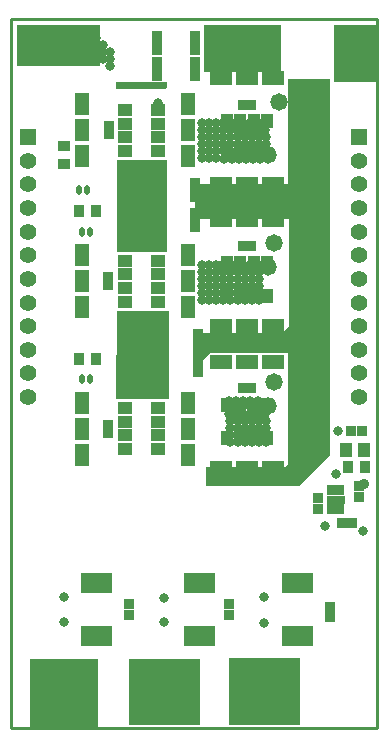
<source format=gts>
G04*
G04 #@! TF.GenerationSoftware,Altium Limited,Altium Designer,22.10.1 (41)*
G04*
G04 Layer_Color=8388736*
%FSLAX25Y25*%
%MOIN*%
G70*
G04*
G04 #@! TF.SameCoordinates,59214271-F8BB-42CD-AB19-65BC4A0A980D*
G04*
G04*
G04 #@! TF.FilePolarity,Negative*
G04*
G01*
G75*
%ADD13C,0.01000*%
%ADD31R,0.03359X0.03320*%
%ADD32R,0.04147X0.04737*%
%ADD33R,0.02572X0.06509*%
%ADD34R,0.03556X0.04343*%
%ADD35R,0.05958X0.02965*%
%ADD36R,0.01981X0.03556*%
G04:AMPARAMS|DCode=37|XSize=19.81mil|YSize=31.62mil|CornerRadius=8.13mil|HoleSize=0mil|Usage=FLASHONLY|Rotation=180.000|XOffset=0mil|YOffset=0mil|HoleType=Round|Shape=RoundedRectangle|*
%AMROUNDEDRECTD37*
21,1,0.01981,0.01535,0,0,180.0*
21,1,0.00354,0.03162,0,0,180.0*
1,1,0.01627,-0.00177,0.00768*
1,1,0.01627,0.00177,0.00768*
1,1,0.01627,0.00177,-0.00768*
1,1,0.01627,-0.00177,-0.00768*
%
%ADD37ROUNDEDRECTD37*%
%ADD38O,0.01981X0.03162*%
%ADD39R,0.07493X0.05131*%
%ADD40R,0.05918X0.03556*%
%ADD41R,0.04147X0.05131*%
%ADD42R,0.05131X0.07493*%
%ADD43R,0.03556X0.05918*%
%ADD44R,0.05131X0.04147*%
%ADD45R,0.03241X0.07965*%
%ADD46R,0.03320X0.03359*%
%ADD47R,0.04343X0.03556*%
%ADD48C,0.05524*%
%ADD49R,0.05524X0.05524*%
%ADD50C,0.03162*%
%ADD51C,0.03600*%
%ADD52C,0.05800*%
G36*
X35827Y234252D02*
Y220472D01*
X7874Y220472D01*
Y234252D01*
X35827Y234252D01*
D02*
G37*
G36*
X96063Y218504D02*
X70472D01*
Y234252D01*
X96063D01*
Y218504D01*
D02*
G37*
G36*
X127953Y214961D02*
X127559Y215354D01*
X113779D01*
Y234252D01*
X127953D01*
Y214961D01*
D02*
G37*
G36*
X57874Y213386D02*
X57480Y212992D01*
X40945D01*
Y215354D01*
X57874D01*
Y213386D01*
D02*
G37*
G36*
Y158661D02*
X41339D01*
Y189370D01*
X57874D01*
Y158661D01*
D02*
G37*
G36*
X58661Y109449D02*
X40945D01*
X41339Y138976D01*
X58661D01*
Y109449D01*
D02*
G37*
G36*
X112205Y90945D02*
X101969Y80709D01*
X70866D01*
Y87008D01*
X97638D01*
X98425Y87795D01*
Y124803D01*
X72441Y124803D01*
X66535Y118898D01*
X66535Y131496D01*
X96457Y131496D01*
X98819Y133858D01*
Y169685D01*
X67323D01*
Y181102D01*
X98425D01*
Y216142D01*
X112205D01*
Y90945D01*
D02*
G37*
G36*
X102362Y787D02*
X78740D01*
Y23228D01*
X102362D01*
Y787D01*
D02*
G37*
G36*
X68898D02*
X45276D01*
Y22835D01*
X68898D01*
Y787D01*
D02*
G37*
G36*
X35039Y394D02*
X12205D01*
Y22835D01*
X35039D01*
Y394D01*
D02*
G37*
D13*
X127953Y0D02*
Y236221D01*
X5906Y0D02*
X127953D01*
X5906D02*
Y236221D01*
X127953D01*
D31*
X119488Y99016D02*
D03*
X123031D02*
D03*
X119783Y68307D02*
D03*
X116240D02*
D03*
D32*
X117815Y92618D02*
D03*
X123721D02*
D03*
D33*
X30610Y48130D02*
D03*
Y30610D02*
D03*
X33169D02*
D03*
X35728D02*
D03*
X38287D02*
D03*
Y48130D02*
D03*
X35728D02*
D03*
X33169D02*
D03*
X65059Y30610D02*
D03*
X67618D02*
D03*
X70177D02*
D03*
X72736D02*
D03*
Y48130D02*
D03*
X70177D02*
D03*
X67618D02*
D03*
X65059D02*
D03*
X97539Y30610D02*
D03*
X100098D02*
D03*
X102657D02*
D03*
X105217D02*
D03*
Y48130D02*
D03*
X102657D02*
D03*
X100098D02*
D03*
X97539D02*
D03*
D34*
X118209Y86811D02*
D03*
X124114D02*
D03*
X34449Y123031D02*
D03*
X28543D02*
D03*
X34449Y172244D02*
D03*
X28543D02*
D03*
D35*
X114173Y75984D02*
D03*
D36*
X116142Y72835D02*
D03*
X114173D02*
D03*
X112205D02*
D03*
Y79134D02*
D03*
X114173D02*
D03*
X116142D02*
D03*
D37*
X28543Y179134D02*
D03*
X29626Y165354D02*
D03*
Y116142D02*
D03*
D38*
X31398Y179134D02*
D03*
X32480Y165354D02*
D03*
Y116142D02*
D03*
D39*
X75984Y216535D02*
D03*
X84646D02*
D03*
X93307D02*
D03*
X75984Y181102D02*
D03*
X84646D02*
D03*
X93307D02*
D03*
X75984Y169291D02*
D03*
X84646D02*
D03*
X93307D02*
D03*
X75984Y133858D02*
D03*
X84646D02*
D03*
X93307D02*
D03*
X75984Y122047D02*
D03*
X84646D02*
D03*
X93307D02*
D03*
X75984Y86614D02*
D03*
X84646D02*
D03*
X93307D02*
D03*
D40*
X84646Y207677D02*
D03*
Y160433D02*
D03*
Y113189D02*
D03*
D41*
X77854Y191142D02*
D03*
X82382D02*
D03*
X86910D02*
D03*
X91437D02*
D03*
X77854Y202165D02*
D03*
X82382D02*
D03*
X86910D02*
D03*
X91437D02*
D03*
X77854Y143898D02*
D03*
X82382D02*
D03*
X86910D02*
D03*
X91437D02*
D03*
X77854Y154921D02*
D03*
X82382D02*
D03*
X86910D02*
D03*
X91437D02*
D03*
X77854Y96653D02*
D03*
X82382D02*
D03*
X86910D02*
D03*
X91437D02*
D03*
X77854Y107677D02*
D03*
X82382D02*
D03*
X86910D02*
D03*
X91437D02*
D03*
D42*
X29724Y190453D02*
D03*
Y199114D02*
D03*
Y207776D02*
D03*
X65158Y190453D02*
D03*
Y199114D02*
D03*
Y207776D02*
D03*
X29528Y140157D02*
D03*
Y148819D02*
D03*
Y157480D02*
D03*
X64961Y140157D02*
D03*
Y148819D02*
D03*
Y157480D02*
D03*
X29528Y91043D02*
D03*
Y99705D02*
D03*
Y108366D02*
D03*
X64961Y91043D02*
D03*
Y99705D02*
D03*
Y108366D02*
D03*
D43*
X38583Y199114D02*
D03*
X38386Y148819D02*
D03*
X38386Y99705D02*
D03*
D44*
X55118Y192323D02*
D03*
Y196850D02*
D03*
Y201378D02*
D03*
Y205906D02*
D03*
X44094Y192323D02*
D03*
Y196850D02*
D03*
Y201378D02*
D03*
Y205906D02*
D03*
X54921Y142027D02*
D03*
Y146555D02*
D03*
Y151083D02*
D03*
Y155610D02*
D03*
X43898Y142027D02*
D03*
Y146555D02*
D03*
Y151083D02*
D03*
Y155610D02*
D03*
X54921Y92913D02*
D03*
Y97441D02*
D03*
Y101969D02*
D03*
Y106496D02*
D03*
X43898Y92913D02*
D03*
Y97441D02*
D03*
Y101969D02*
D03*
Y106496D02*
D03*
D45*
X67323Y219488D02*
D03*
X54724D02*
D03*
X67323Y228346D02*
D03*
X54724D02*
D03*
X67323Y179134D02*
D03*
X54724D02*
D03*
X67323Y169291D02*
D03*
X54724D02*
D03*
X68307Y128937D02*
D03*
X55709D02*
D03*
X68307Y121063D02*
D03*
X55709D02*
D03*
D46*
X108268Y73032D02*
D03*
Y76575D02*
D03*
X122047Y76968D02*
D03*
Y80512D02*
D03*
X112205Y36811D02*
D03*
Y40354D02*
D03*
X78740Y37598D02*
D03*
Y41142D02*
D03*
X45276Y37598D02*
D03*
Y41142D02*
D03*
D47*
X23622Y187992D02*
D03*
Y193898D02*
D03*
D48*
X122047Y110236D02*
D03*
Y118110D02*
D03*
Y125984D02*
D03*
Y133858D02*
D03*
Y141732D02*
D03*
Y149606D02*
D03*
Y157480D02*
D03*
Y165354D02*
D03*
Y173228D02*
D03*
Y181102D02*
D03*
Y188976D02*
D03*
X11811Y110236D02*
D03*
Y118110D02*
D03*
Y125984D02*
D03*
Y133858D02*
D03*
Y141732D02*
D03*
Y149606D02*
D03*
Y157480D02*
D03*
Y165354D02*
D03*
Y173228D02*
D03*
Y181102D02*
D03*
Y188976D02*
D03*
D49*
X122047Y196850D02*
D03*
X11811D02*
D03*
D50*
X38976Y225196D02*
D03*
Y222834D02*
D03*
Y220472D02*
D03*
X36614Y227558D02*
D03*
Y225196D02*
D03*
Y222834D02*
D03*
X34251Y229920D02*
D03*
Y227558D02*
D03*
Y225196D02*
D03*
Y222834D02*
D03*
X31889Y232283D02*
D03*
Y229920D02*
D03*
Y227558D02*
D03*
Y225196D02*
D03*
Y222834D02*
D03*
X29527Y232283D02*
D03*
Y229920D02*
D03*
Y227558D02*
D03*
Y225196D02*
D03*
Y222834D02*
D03*
X27165Y232283D02*
D03*
Y229920D02*
D03*
Y227558D02*
D03*
Y225196D02*
D03*
Y222834D02*
D03*
X24803Y232283D02*
D03*
Y229920D02*
D03*
Y227558D02*
D03*
Y225196D02*
D03*
Y222834D02*
D03*
X22440Y232283D02*
D03*
Y229920D02*
D03*
Y227558D02*
D03*
Y225196D02*
D03*
Y222834D02*
D03*
X20078Y232283D02*
D03*
Y229920D02*
D03*
Y227558D02*
D03*
Y225196D02*
D03*
Y222834D02*
D03*
X17716Y232283D02*
D03*
Y229920D02*
D03*
Y227558D02*
D03*
Y225196D02*
D03*
Y222834D02*
D03*
X15354Y232283D02*
D03*
Y229920D02*
D03*
Y227558D02*
D03*
Y225196D02*
D03*
Y222834D02*
D03*
X12991Y232283D02*
D03*
Y229920D02*
D03*
Y227558D02*
D03*
Y225196D02*
D03*
Y222834D02*
D03*
X10629Y232283D02*
D03*
Y229920D02*
D03*
Y227558D02*
D03*
Y225196D02*
D03*
Y222834D02*
D03*
X126377Y232283D02*
D03*
Y229920D02*
D03*
Y227558D02*
D03*
Y225196D02*
D03*
Y222834D02*
D03*
Y220472D02*
D03*
Y218109D02*
D03*
X124015Y232283D02*
D03*
Y229920D02*
D03*
Y227558D02*
D03*
Y225196D02*
D03*
Y222834D02*
D03*
Y220472D02*
D03*
Y218109D02*
D03*
X121653Y232283D02*
D03*
Y229920D02*
D03*
Y227558D02*
D03*
Y225196D02*
D03*
Y222834D02*
D03*
Y220472D02*
D03*
Y218109D02*
D03*
X119290Y232283D02*
D03*
Y229920D02*
D03*
Y227558D02*
D03*
Y225196D02*
D03*
Y222834D02*
D03*
Y220472D02*
D03*
Y218109D02*
D03*
X116928Y232283D02*
D03*
Y229920D02*
D03*
Y227558D02*
D03*
Y225196D02*
D03*
Y222834D02*
D03*
Y220472D02*
D03*
Y218109D02*
D03*
X88582Y232283D02*
D03*
Y229920D02*
D03*
X86220Y232283D02*
D03*
Y229920D02*
D03*
X83858Y232283D02*
D03*
Y229920D02*
D03*
X81495Y232283D02*
D03*
Y229920D02*
D03*
X79133Y232283D02*
D03*
Y229920D02*
D03*
X76771Y232283D02*
D03*
Y229920D02*
D03*
X74409Y232283D02*
D03*
Y229920D02*
D03*
X72047Y232283D02*
D03*
Y229920D02*
D03*
X55118Y208268D02*
D03*
X81495Y19685D02*
D03*
X83858D02*
D03*
X86220D02*
D03*
X88582D02*
D03*
X90944D02*
D03*
X93306D02*
D03*
X95669D02*
D03*
X98031D02*
D03*
X100393D02*
D03*
X81495Y17322D02*
D03*
X83858D02*
D03*
X86220D02*
D03*
X88582D02*
D03*
X90944D02*
D03*
X93306D02*
D03*
X95669D02*
D03*
X98031D02*
D03*
X100393D02*
D03*
Y14960D02*
D03*
Y12598D02*
D03*
Y10236D02*
D03*
Y7874D02*
D03*
Y5511D02*
D03*
Y3149D02*
D03*
X98031Y14960D02*
D03*
Y12598D02*
D03*
Y10236D02*
D03*
Y7874D02*
D03*
Y5511D02*
D03*
Y3149D02*
D03*
X95669Y14960D02*
D03*
Y12598D02*
D03*
Y10236D02*
D03*
Y7874D02*
D03*
Y5511D02*
D03*
Y3149D02*
D03*
X93306Y14960D02*
D03*
Y12598D02*
D03*
Y10236D02*
D03*
Y7874D02*
D03*
Y5511D02*
D03*
Y3149D02*
D03*
X90944Y14960D02*
D03*
Y12598D02*
D03*
Y10236D02*
D03*
Y7874D02*
D03*
Y5511D02*
D03*
Y3149D02*
D03*
X88582Y14960D02*
D03*
Y12598D02*
D03*
Y10236D02*
D03*
Y7874D02*
D03*
Y5511D02*
D03*
Y3149D02*
D03*
X86220Y14960D02*
D03*
Y12598D02*
D03*
Y10236D02*
D03*
Y7874D02*
D03*
Y5511D02*
D03*
Y3149D02*
D03*
X83858Y14960D02*
D03*
Y12598D02*
D03*
Y10236D02*
D03*
Y7874D02*
D03*
Y5511D02*
D03*
Y3149D02*
D03*
X81495Y14960D02*
D03*
Y12598D02*
D03*
Y10236D02*
D03*
Y7874D02*
D03*
Y5511D02*
D03*
Y3149D02*
D03*
X48425Y19685D02*
D03*
X50787D02*
D03*
X53149D02*
D03*
X55511D02*
D03*
X57873D02*
D03*
X60236D02*
D03*
X62598D02*
D03*
X64960D02*
D03*
X67322D02*
D03*
X48425Y17322D02*
D03*
X50787D02*
D03*
X53149D02*
D03*
X55511D02*
D03*
X57873D02*
D03*
X60236D02*
D03*
X62598D02*
D03*
X64960D02*
D03*
X67322D02*
D03*
Y14960D02*
D03*
Y12598D02*
D03*
Y10236D02*
D03*
Y7874D02*
D03*
Y5511D02*
D03*
Y3149D02*
D03*
X64960Y14960D02*
D03*
Y12598D02*
D03*
Y10236D02*
D03*
Y7874D02*
D03*
Y5511D02*
D03*
Y3149D02*
D03*
X62598Y14960D02*
D03*
Y12598D02*
D03*
Y10236D02*
D03*
Y7874D02*
D03*
Y5511D02*
D03*
Y3149D02*
D03*
X60236Y14960D02*
D03*
Y12598D02*
D03*
Y10236D02*
D03*
Y7874D02*
D03*
Y5511D02*
D03*
Y3149D02*
D03*
X57873Y14960D02*
D03*
Y12598D02*
D03*
Y10236D02*
D03*
Y7874D02*
D03*
Y5511D02*
D03*
Y3149D02*
D03*
X55511Y14960D02*
D03*
Y12598D02*
D03*
Y10236D02*
D03*
Y7874D02*
D03*
Y5511D02*
D03*
Y3149D02*
D03*
X53149Y14960D02*
D03*
Y12598D02*
D03*
Y10236D02*
D03*
Y7874D02*
D03*
Y5511D02*
D03*
Y3149D02*
D03*
X50787Y14960D02*
D03*
Y12598D02*
D03*
Y10236D02*
D03*
Y7874D02*
D03*
Y5511D02*
D03*
Y3149D02*
D03*
X48425Y14960D02*
D03*
Y12598D02*
D03*
Y10236D02*
D03*
Y7874D02*
D03*
Y5511D02*
D03*
Y3149D02*
D03*
X15354Y19685D02*
D03*
X17716D02*
D03*
X20078D02*
D03*
X22440D02*
D03*
X24803D02*
D03*
X27165D02*
D03*
X29527D02*
D03*
X31889D02*
D03*
X15354Y17322D02*
D03*
X17716D02*
D03*
X20078D02*
D03*
X22440D02*
D03*
X24803D02*
D03*
X27165D02*
D03*
X29527D02*
D03*
X31889D02*
D03*
Y14960D02*
D03*
Y12598D02*
D03*
Y10236D02*
D03*
Y7874D02*
D03*
Y5511D02*
D03*
Y3149D02*
D03*
X29527Y14960D02*
D03*
Y12598D02*
D03*
Y10236D02*
D03*
Y7874D02*
D03*
Y5511D02*
D03*
Y3149D02*
D03*
X27165Y14960D02*
D03*
Y12598D02*
D03*
Y10236D02*
D03*
Y7874D02*
D03*
Y5511D02*
D03*
Y3149D02*
D03*
X24803Y14960D02*
D03*
Y12598D02*
D03*
Y10236D02*
D03*
Y7874D02*
D03*
Y5511D02*
D03*
Y3149D02*
D03*
X22440Y14960D02*
D03*
Y12598D02*
D03*
Y10236D02*
D03*
Y7874D02*
D03*
Y5511D02*
D03*
Y3149D02*
D03*
X20078Y14960D02*
D03*
Y12598D02*
D03*
Y10236D02*
D03*
Y7874D02*
D03*
Y5511D02*
D03*
Y3149D02*
D03*
X17716Y14960D02*
D03*
Y12598D02*
D03*
Y10236D02*
D03*
Y7874D02*
D03*
Y5511D02*
D03*
Y3149D02*
D03*
X15354Y14960D02*
D03*
Y12598D02*
D03*
Y10236D02*
D03*
Y7874D02*
D03*
Y5511D02*
D03*
Y3149D02*
D03*
X78739Y109055D02*
D03*
X81102D02*
D03*
X83464D02*
D03*
X85826D02*
D03*
X88188D02*
D03*
X78739Y107086D02*
D03*
X81102D02*
D03*
X83464D02*
D03*
X85826D02*
D03*
X88188D02*
D03*
X90550Y104723D02*
D03*
X88187D02*
D03*
X85825D02*
D03*
X83463D02*
D03*
X81101D02*
D03*
X78739D02*
D03*
X90944Y95275D02*
D03*
X88582D02*
D03*
X86220D02*
D03*
X83858D02*
D03*
X81495D02*
D03*
X79133D02*
D03*
X90944Y97637D02*
D03*
X88582D02*
D03*
X86220D02*
D03*
X83858D02*
D03*
X81495D02*
D03*
X79133D02*
D03*
X90944Y99999D02*
D03*
X88582D02*
D03*
X86220D02*
D03*
X83858D02*
D03*
X81495D02*
D03*
X79133D02*
D03*
X90944Y102362D02*
D03*
X88582D02*
D03*
X86220D02*
D03*
X83858D02*
D03*
X81495D02*
D03*
X79133D02*
D03*
X74409Y142519D02*
D03*
X76771D02*
D03*
Y144881D02*
D03*
Y147243D02*
D03*
Y151968D02*
D03*
X76377Y154330D02*
D03*
X78739D02*
D03*
X81102D02*
D03*
X83464D02*
D03*
X85826D02*
D03*
X88188D02*
D03*
X79133Y151968D02*
D03*
X81495D02*
D03*
X83858D02*
D03*
X86220D02*
D03*
X88582D02*
D03*
X79133Y142519D02*
D03*
X81495D02*
D03*
X83858D02*
D03*
X86220D02*
D03*
X88582D02*
D03*
X79133Y144881D02*
D03*
X81495D02*
D03*
X83858D02*
D03*
X86220D02*
D03*
X88582D02*
D03*
X79133Y147243D02*
D03*
X81495D02*
D03*
X83858D02*
D03*
X86220D02*
D03*
X88582D02*
D03*
Y149606D02*
D03*
X86220D02*
D03*
X83858D02*
D03*
X81495D02*
D03*
X79133D02*
D03*
X76771D02*
D03*
X74409Y154330D02*
D03*
Y151968D02*
D03*
Y149606D02*
D03*
Y147243D02*
D03*
Y144881D02*
D03*
X72047Y154330D02*
D03*
Y151968D02*
D03*
Y149606D02*
D03*
Y147243D02*
D03*
Y144881D02*
D03*
Y142519D02*
D03*
X69684Y154330D02*
D03*
Y151968D02*
D03*
Y149606D02*
D03*
Y147243D02*
D03*
Y144881D02*
D03*
Y142519D02*
D03*
X114862Y98917D02*
D03*
X123425Y65551D02*
D03*
X110728Y67126D02*
D03*
X90354Y34744D02*
D03*
X90453Y43602D02*
D03*
X57087Y35138D02*
D03*
X23524Y43602D02*
D03*
Y35335D02*
D03*
X57087Y43110D02*
D03*
X114469Y84547D02*
D03*
X90550Y201476D02*
D03*
X90747Y199113D02*
D03*
X88385D02*
D03*
X88188Y201476D02*
D03*
X86023Y199113D02*
D03*
X90944Y196850D02*
D03*
X88582D02*
D03*
X86220D02*
D03*
X85826Y201476D02*
D03*
X83464D02*
D03*
X81102D02*
D03*
X78838Y201574D02*
D03*
X83858Y196850D02*
D03*
X83661Y199113D02*
D03*
X81495Y196850D02*
D03*
X81298Y199113D02*
D03*
X79133Y199212D02*
D03*
X79133Y196850D02*
D03*
X76672Y201476D02*
D03*
X74409Y201574D02*
D03*
X76771Y199212D02*
D03*
X74409D02*
D03*
X72047D02*
D03*
Y201574D02*
D03*
X74409Y196850D02*
D03*
X76771D02*
D03*
X76672Y194487D02*
D03*
X74409D02*
D03*
X72047Y192125D02*
D03*
Y194487D02*
D03*
X74409Y192125D02*
D03*
X69684Y201574D02*
D03*
X72047Y196850D02*
D03*
X69684Y199212D02*
D03*
Y192125D02*
D03*
Y196850D02*
D03*
Y194487D02*
D03*
X72047Y189763D02*
D03*
X74409D02*
D03*
X69684D02*
D03*
X76968Y189665D02*
D03*
X76869Y192125D02*
D03*
X79527Y189468D02*
D03*
X81889D02*
D03*
X84251D02*
D03*
X86613D02*
D03*
X88976D02*
D03*
X79428Y192027D02*
D03*
X81791D02*
D03*
X84153D02*
D03*
X86515D02*
D03*
X88877D02*
D03*
X81692Y194487D02*
D03*
X84054D02*
D03*
X86417D02*
D03*
X88779D02*
D03*
X91141D02*
D03*
X79133Y194487D02*
D03*
D51*
X123622Y81201D02*
D03*
D52*
X91535Y190945D02*
D03*
X95472Y208661D02*
D03*
X93504Y115157D02*
D03*
X91535Y107283D02*
D03*
Y153543D02*
D03*
X93504Y161417D02*
D03*
M02*

</source>
